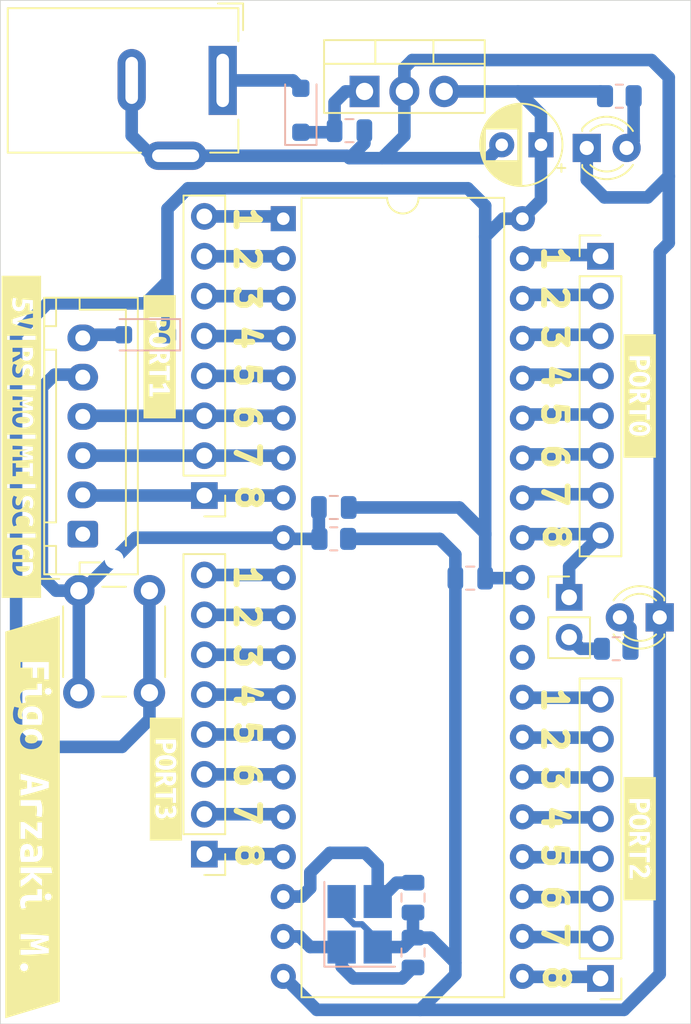
<source format=kicad_pcb>
(kicad_pcb (version 20240108) (generator "pcbnew") (generator_version "8.0")
  (layers (0 "F.Cu" signal) (31 "B.Cu" signal) (34 "B.Paste" user) (35 "F.Paste" user) (36 "B.SilkS" user "B.Silkscreen") (37 "F.SilkS" user "F.Silkscreen") (38 "B.Mask" user) (39 "F.Mask" user) (44 "Edge.Cuts" user))
  (net 0 "")
  (net 1 "GND")
  (net 2 "+5V")
  (net 3 "XO")
  (net 4 "XI")
  (net 5 "+12V")
  (net 6 "RST")
  (net 7 "Net-(D1-A)")
  (net 8 "Net-(D2-A)")
  (net 9 "MISO_ISP")
  (net 10 "Net-(J2-Pin_8)")
  (net 11 "Net-(J2-Pin_6)")
  (net 12 "SCK_ISP")
  (net 13 "Net-(J2-Pin_7)")
  (net 14 "MOSI_ISP")
  (net 15 "Net-(J2-Pin_4)")
  (net 16 "Net-(J2-Pin_5)")
  (net 17 "Net-(J3-Pin_1)")
  (net 18 "Net-(J3-Pin_2)")
  (net 19 "Net-(J3-Pin_7)")
  (net 20 "Net-(J3-Pin_3)")
  (net 21 "Net-(J3-Pin_6)")
  (net 22 "Net-(J3-Pin_8)")
  (net 23 "Net-(J3-Pin_4)")
  (net 24 "Net-(J3-Pin_5)")
  (net 25 "Net-(J4-Pin_1)")
  (net 26 "Net-(J4-Pin_6)")
  (net 27 "Net-(J4-Pin_5)")
  (net 28 "Net-(J4-Pin_7)")
  (net 29 "Net-(J4-Pin_2)")
  (net 30 "Net-(J4-Pin_4)")
  (net 31 "Net-(J4-Pin_3)")
  (net 32 "Net-(J4-Pin_8)")
  (net 33 "Net-(J5-Pin_5)")
  (net 34 "Net-(J5-Pin_4)")
  (net 35 "Net-(J5-Pin_6)")
  (net 36 "Net-(J5-Pin_7)")
  (net 37 "Net-(J5-Pin_2)")
  (net 38 "Net-(J5-Pin_3)")
  (net 39 "Net-(J5-Pin_1)")
  (net 40 "Net-(D4-A)")
  (net 41 "Net-(D3-A)")
  (net 44 "LED")
  (net 45 "Net-(JP1-B)")
  (footprint "Connector_PinHeader_2.54mm:PinHeader_1x08_P2.54mm_Vertical" (layer "F.Cu") (at 110.75 74.24 180)
    (property "Reference" "J2" (hide yes))
    (property "Value" "Port 1" (hide yes))
    (pad "1" thru_hole rect (at 0 0 180) (size 1.7 1.7) (drill 1) (layers "*.Cu" "*.Mask") (net 12 "SCK_ISP"))
    (pad "2" thru_hole oval (at 0 2.54 180) (size 1.7 1.7) (drill 1) (layers "*.Cu" "*.Mask") (net 9 "MISO_ISP"))
    (pad "3" thru_hole oval (at 0 5.08 180) (size 1.7 1.7) (drill 1) (layers "*.Cu" "*.Mask") (net 14 "MOSI_ISP"))
    (pad "4" thru_hole oval (at 0 7.62 180) (size 1.7 1.7) (drill 1) (layers "*.Cu" "*.Mask") (net 15 "Net-(J2-Pin_4)"))
    (pad "5" thru_hole oval (at 0 10.16 180) (size 1.7 1.7) (drill 1) (layers "*.Cu" "*.Mask") (net 16 "Net-(J2-Pin_5)"))
    (pad "6" thru_hole oval (at 0 12.7 180) (size 1.7 1.7) (drill 1) (layers "*.Cu" "*.Mask") (net 11 "Net-(J2-Pin_6)"))
    (pad "7" thru_hole oval (at 0 15.24 180) (size 1.7 1.7) (drill 1) (layers "*.Cu" "*.Mask") (net 13 "Net-(J2-Pin_7)"))
    (pad "8" thru_hole oval (at 0 17.78 180) (size 1.7 1.7) (drill 1) (layers "*.Cu" "*.Mask") (net 10 "Net-(J2-Pin_8)"))
  )
  (footprint "Connector_PinHeader_2.54mm:PinHeader_1x08_P2.54mm_Vertical" (layer "F.Cu") (at 136 59)
    (property "Reference" "J5" (hide yes))
    (property "Value" "Port 0" (hide yes))
    (pad "1" thru_hole rect (at 0 0) (size 1.7 1.7) (drill 1) (layers "*.Cu" "*.Mask") (net 39 "Net-(J5-Pin_1)"))
    (pad "2" thru_hole oval (at 0 2.54) (size 1.7 1.7) (drill 1) (layers "*.Cu" "*.Mask") (net 37 "Net-(J5-Pin_2)"))
    (pad "3" thru_hole oval (at 0 5.08) (size 1.7 1.7) (drill 1) (layers "*.Cu" "*.Mask") (net 38 "Net-(J5-Pin_3)"))
    (pad "4" thru_hole oval (at 0 7.62) (size 1.7 1.7) (drill 1) (layers "*.Cu" "*.Mask") (net 34 "Net-(J5-Pin_4)"))
    (pad "5" thru_hole oval (at 0 10.16) (size 1.7 1.7) (drill 1) (layers "*.Cu" "*.Mask") (net 33 "Net-(J5-Pin_5)"))
    (pad "6" thru_hole oval (at 0 12.7) (size 1.7 1.7) (drill 1) (layers "*.Cu" "*.Mask") (net 35 "Net-(J5-Pin_6)"))
    (pad "7" thru_hole oval (at 0 15.24) (size 1.7 1.7) (drill 1) (layers "*.Cu" "*.Mask") (net 36 "Net-(J5-Pin_7)"))
    (pad "8" thru_hole oval (at 0 17.78) (size 1.7 1.7) (drill 1) (layers "*.Cu" "*.Mask") (net 44 "LED"))
  )
  (footprint "Button_Switch_THT:SW_PUSH_6mm" (layer "F.Cu") (at 107.25 80.3 -90)
    (property "Reference" "SW1" (hide yes))
    (property "Value" "TSA017A2526A" (hide yes))
    (pad "1" thru_hole circle (at 0 0) (size 2 2) (drill 1.1) (layers "*.Cu" "*.Mask") (net 2 "+5V"))
    (pad "1" thru_hole circle (at 6.5 0) (size 2 2) (drill 1.1) (layers "*.Cu" "*.Mask") (net 2 "+5V"))
    (pad "2" thru_hole circle (at 0 4.5) (size 2 2) (drill 1.1) (layers "*.Cu" "*.Mask") (net 6 "RST"))
    (pad "2" thru_hole circle (at 6.5 4.5) (size 2 2) (drill 1.1) (layers "*.Cu" "*.Mask") (net 6 "RST"))
  )
  (footprint "Connector_JST:JST_XH_B6B-XH-AM_1x06_P2.50mm_Vertical" (layer "F.Cu") (at 103 76.7 90)
    (property "Reference" "J6" (hide yes))
    (property "Value" "ISP" (hide yes))
    (pad "" np_thru_hole circle (at -1.6 2 90) (size 1.2 1.2) (drill 1.2) (layers "*.Cu" "*.Mask"))
    (pad "1" thru_hole roundrect (at 0 0 90) (size 1.7 1.95) (drill 0.95) (layers "*.Cu" "*.Mask") (roundrect_rratio 0.147059) (net 1 "GND"))
    (pad "2" thru_hole oval (at 2.5 0 90) (size 1.7 1.95) (drill 0.95) (layers "*.Cu" "*.Mask") (net 12 "SCK_ISP"))
    (pad "3" thru_hole oval (at 5 0 90) (size 1.7 1.95) (drill 0.95) (layers "*.Cu" "*.Mask") (net 9 "MISO_ISP"))
    (pad "4" thru_hole oval (at 7.5 0 90) (size 1.7 1.95) (drill 0.95) (layers "*.Cu" "*.Mask") (net 14 "MOSI_ISP"))
    (pad "5" thru_hole oval (at 10 0 90) (size 1.7 1.95) (drill 0.95) (layers "*.Cu" "*.Mask") (net 6 "RST"))
    (pad "6" thru_hole oval (at 12.5 0 90) (size 1.7 1.95) (drill 0.95) (layers "*.Cu" "*.Mask") (net 41 "Net-(D3-A)"))
  )
  (footprint "kibuzzard-66CF1473" (layer "F.Cu") (at 99.8 94.7 -90)
    (property "Reference" "kibuzzard-66CF1473" (hide yes))
    (property "Value" "G***" (hide yes))
  )
  (footprint "Connector_BarrelJack:BarrelJack_Wuerth_6941xx301002" (layer "F.Cu") (at 111.919 47.797 -90)
    (property "Reference" "J1" (hide yes))
    (property "Value" "Barrel_Jack_Switch" (hide yes))
    (pad "1" thru_hole rect (at 0 0 270) (size 4.4 1.8) (drill oval 3.4 0.8) (layers "*.Cu" "*.Mask") (net 8 "Net-(D2-A)"))
    (pad "2" thru_hole oval (at 0 5.8 270) (size 4 1.8) (drill oval 3 0.8) (layers "*.Cu" "*.Mask") (net 1 "GND"))
    (pad "3" thru_hole oval (at 4.8 3) (size 4 1.8) (drill oval 3 0.8) (layers "*.Cu" "*.Mask") (net 1 "GND"))
  )
  (footprint "Package_DIP:DIP-40_W15.24mm" (layer "F.Cu") (at 115.7815 56.606)
    (property "Reference" "U1" (hide yes))
    (property "Value" "AT89x51xxP" (hide yes))
    (pad "1" thru_hole rect (at 0 0) (size 1.6 1.6) (drill 0.8) (layers "*.Cu" "*.Mask") (net 10 "Net-(J2-Pin_8)"))
    (pad "2" thru_hole oval (at 0 2.54) (size 1.6 1.6) (drill 0.8) (layers "*.Cu" "*.Mask") (net 13 "Net-(J2-Pin_7)"))
    (pad "3" thru_hole oval (at 0 5.08) (size 1.6 1.6) (drill 0.8) (layers "*.Cu" "*.Mask") (net 11 "Net-(J2-Pin_6)"))
    (pad "4" thru_hole oval (at 0 7.62) (size 1.6 1.6) (drill 0.8) (layers "*.Cu" "*.Mask") (net 16 "Net-(J2-Pin_5)"))
    (pad "5" thru_hole oval (at 0 10.16) (size 1.6 1.6) (drill 0.8) (layers "*.Cu" "*.Mask") (net 15 "Net-(J2-Pin_4)"))
    (pad "6" thru_hole oval (at 0 12.7) (size 1.6 1.6) (drill 0.8) (layers "*.Cu" "*.Mask") (net 14 "MOSI_ISP"))
    (pad "7" thru_hole oval (at 0 15.24) (size 1.6 1.6) (drill 0.8) (layers "*.Cu" "*.Mask") (net 9 "MISO_ISP"))
    (pad "8" thru_hole oval (at 0 17.78) (size 1.6 1.6) (drill 0.8) (layers "*.Cu" "*.Mask") (net 12 "SCK_ISP"))
    (pad "9" thru_hole oval (at 0 20.32) (size 1.6 1.6) (drill 0.8) (layers "*.Cu" "*.Mask") (net 6 "RST"))
    (pad "10" thru_hole oval (at 0 22.86) (size 1.6 1.6) (drill 0.8) (layers "*.Cu" "*.Mask") (net 22 "Net-(J3-Pin_8)"))
    (pad "11" thru_hole oval (at 0 25.4) (size 1.6 1.6) (drill 0.8) (layers "*.Cu" "*.Mask") (net 19 "Net-(J3-Pin_7)"))
    (pad "12" thru_hole oval (at 0 27.94) (size 1.6 1.6) (drill 0.8) (layers "*.Cu" "*.Mask") (net 21 "Net-(J3-Pin_6)"))
    (pad "13" thru_hole oval (at 0 30.48) (size 1.6 1.6) (drill 0.8) (layers "*.Cu" "*.Mask") (net 24 "Net-(J3-Pin_5)"))
    (pad "14" thru_hole oval (at 0 33.02) (size 1.6 1.6) (drill 0.8) (layers "*.Cu" "*.Mask") (net 23 "Net-(J3-Pin_4)"))
    (pad "15" thru_hole oval (at 0 35.56) (size 1.6 1.6) (drill 0.8) (layers "*.Cu" "*.Mask") (net 20 "Net-(J3-Pin_3)"))
    (pad "16" thru_hole oval (at 0 38.1) (size 1.6 1.6) (drill 0.8) (layers "*.Cu" "*.Mask") (net 18 "Net-(J3-Pin_2)"))
    (pad "17" thru_hole oval (at 0 40.64) (size 1.6 1.6) (drill 0.8) (layers "*.Cu" "*.Mask") (net 17 "Net-(J3-Pin_1)"))
    (pad "18" thru_hole oval (at 0 43.18) (size 1.6 1.6) (drill 0.8) (layers "*.Cu" "*.Mask") (net 3 "XO"))
    (pad "19" thru_hole oval (at 0 45.72) (size 1.6 1.6) (drill 0.8) (layers "*.Cu" "*.Mask") (net 4 "XI"))
    (pad "20" thru_hole oval (at 0 48.26) (size 1.6 1.6) (drill 0.8) (layers "*.Cu" "*.Mask") (net 1 "GND"))
    (pad "21" thru_hole oval (at 15.24 48.26) (size 1.6 1.6) (drill 0.8) (layers "*.Cu" "*.Mask") (net 25 "Net-(J4-Pin_1)"))
    (pad "22" thru_hole oval (at 15.24 45.72) (size 1.6 1.6) (drill 0.8) (layers "*.Cu" "*.Mask") (net 29 "Net-(J4-Pin_2)"))
    (pad "23" thru_hole oval (at 15.24 43.18) (size 1.6 1.6) (drill 0.8) (layers "*.Cu" "*.Mask") (net 31 "Net-(J4-Pin_3)"))
    (pad "24" thru_hole oval (at 15.24 40.64) (size 1.6 1.6) (drill 0.8) (layers "*.Cu" "*.Mask") (net 30 "Net-(J4-Pin_4)"))
    (pad "25" thru_hole oval (at 15.24 38.1) (size 1.6 1.6) (drill 0.8) (layers "*.Cu" "*.Mask") (net 27 "Net-(J4-Pin_5)"))
    (pad "26" thru_hole oval (at 15.24 35.56) (size 1.6 1.6) (drill 0.8) (layers "*.Cu" "*.Mask") (net 26 "Net-(J4-Pin_6)"))
    (pad "27" thru_hole oval (at 15.24 33.02) (size 1.6 1.6) (drill 0.8) (layers "*.Cu" "*.Mask") (net 28 "Net-(J4-Pin_7)"))
    (pad "28" thru_hole oval (at 15.24 30.48) (size 1.6 1.6) (drill 0.8) (layers "*.Cu" "*.Mask") (net 32 "Net-(J4-Pin_8)"))
    (pad "29" thru_hole oval (at 15.24 27.94) (size 1.6 1.6) (drill 0.8) (layers "*.Cu" "*.Mask"))
    (pad "30" thru_hole oval (at 15.24 25.4) (size 1.6 1.6) (drill 0.8) (layers "*.Cu" "*.Mask"))
    (pad "31" thru_hole oval (at 15.24 22.86) (size 1.6 1.6) (drill 0.8) (layers "*.Cu" "*.Mask") (net 2 "+5V"))
    (pad "32" thru_hole oval (at 15.24 20.32) (size 1.6 1.6) (drill 0.8) (layers "*.Cu" "*.Mask") (net 44 "LED"))
    (pad "33" thru_hole oval (at 15.24 17.78) (size 1.6 1.6) (drill 0.8) (layers "*.Cu" "*.Mask") (net 36 "Net-(J5-Pin_7)"))
    (pad "34" thru_hole oval (at 15.24 15.24) (size 1.6 1.6) (drill 0.8) (layers "*.Cu" "*.Mask") (net 35 "Net-(J5-Pin_6)"))
    (pad "35" thru_hole oval (at 15.24 12.7) (size 1.6 1.6) (drill 0.8) (layers "*.Cu" "*.Mask") (net 33 "Net-(J5-Pin_5)"))
    (pad "36" thru_hole oval (at 15.24 10.16) (size 1.6 1.6) (drill 0.8) (layers "*.Cu" "*.Mask") (net 34 "Net-(J5-Pin_4)"))
    (pad "37" thru_hole oval (at 15.24 7.62) (size 1.6 1.6) (drill 0.8) (layers "*.Cu" "*.Mask") (net 38 "Net-(J5-Pin_3)"))
    (pad "38" thru_hole oval (at 15.24 5.08) (size 1.6 1.6) (drill 0.8) (layers "*.Cu" "*.Mask") (net 37 "Net-(J5-Pin_2)"))
    (pad "39" thru_hole oval (at 15.24 2.54) (size 1.6 1.6) (drill 0.8) (layers "*.Cu" "*.Mask") (net 39 "Net-(J5-Pin_1)"))
    (pad "40" thru_hole oval (at 15.24 0) (size 1.6 1.6) (drill 0.8) (layers "*.Cu" "*.Mask") (net 2 "+5V"))
  )
  (footprint "LED_THT:LED_D3.0mm" (layer "F.Cu") (at 139.775 82 180)
    (property "Reference" "D4" (hide yes))
    (property "Value" "LED" (hide yes))
    (pad "1" thru_hole rect (at 0 0 180) (size 1.8 1.8) (drill 0.9) (layers "*.Cu" "*.Mask") (net 1 "GND"))
    (pad "2" thru_hole circle (at 2.54 0 180) (size 1.8 1.8) (drill 0.9) (layers "*.Cu" "*.Mask") (net 40 "Net-(D4-A)"))
  )
  (footprint "Capacitor_THT:CP_Radial_D5.0mm_P2.50mm" (layer "F.Cu") (at 132.205113 51.9 180)
    (property "Reference" "C2" (hide yes))
    (property "Value" "10u" (hide yes))
    (pad "1" thru_hole rect (at 0 0 180) (size 1.6 1.6) (drill 0.8) (layers "*.Cu" "*.Mask") (net 2 "+5V"))
    (pad "2" thru_hole circle (at 2.5 0 180) (size 1.6 1.6) (drill 0.8) (layers "*.Cu" "*.Mask") (net 1 "GND"))
  )
  (footprint "Connector_PinHeader_2.54mm:PinHeader_1x02_P2.54mm_Vertical" (layer "F.Cu") (at 134 80.725)
    (property "Reference" "JP1" (hide yes))
    (property "Value" "~" (hide yes))
    (pad "1" thru_hole rect (at 0 0) (size 1.7 1.7) (drill 1) (layers "*.Cu" "*.Mask") (net 44 "LED"))
    (pad "2" thru_hole oval (at 0 2.54) (size 1.7 1.7) (drill 1) (layers "*.Cu" "*.Mask") (net 45 "Net-(JP1-B)"))
  )
  (footprint "kibuzzard-66CF14EF" (layer "F.Cu") (at 138.5 67.9 -90)
    (property "Reference" "kibuzzard-66CF14EF" (hide yes))
    (property "Value" "G***" (hide yes))
  )
  (footprint "Package_TO_SOT_THT:TO-220-3_Vertical" (layer "F.Cu") (at 120.96 48.5)
    (property "Reference" "U2" (hide yes))
    (property "Value" "LM7805_TO220" (hide yes))
    (pad "1" thru_hole rect (at 0 0) (size 1.905 2) (drill 1.1) (layers "*.Cu" "*.Mask") (net 5 "+12V"))
    (pad "2" thru_hole oval (at 2.54 0) (size 1.905 2) (drill 1.1) (layers "*.Cu" "*.Mask") (net 1 "GND"))
    (pad "3" thru_hole oval (at 5.08 0) (size 1.905 2) (drill 1.1) (layers "*.Cu" "*.Mask") (net 2 "+5V"))
  )
  (footprint "LED_THT:LED_D3.0mm" (layer "F.Cu") (at 135.125 52.1)
    (property "Reference" "D1" (hide yes))
    (property "Value" "LED" (hide yes))
    (pad "1" thru_hole rect (at 0 0) (size 1.8 1.8) (drill 0.9) (layers "*.Cu" "*.Mask") (net 1 "GND"))
    (pad "2" thru_hole circle (at 2.54 0) (size 1.8 1.8) (drill 0.9) (layers "*.Cu" "*.Mask") (net 7 "Net-(D1-A)"))
  )
  (footprint "Connector_PinHeader_2.54mm:PinHeader_1x08_P2.54mm_Vertical" (layer "F.Cu") (at 136 105 180)
    (property "Reference" "J4" (hide yes))
    (property "Value" "Port 2" (hide yes))
    (pad "1" thru_hole rect (at 0 0 180) (size 1.7 1.7) (drill 1) (layers "*.Cu" "*.Mask") (net 25 "Net-(J4-Pin_1)"))
    (pad "2" thru_hole oval (at 0 2.54 180) (size 1.7 1.7) (drill 1) (layers "*.Cu" "*.Mask") (net 29 "Net-(J4-Pin_2)"))
    (pad "3" thru_hole oval (at 0 5.08 180) (size 1.7 1.7) (drill 1) (layers "*.Cu" "*.Mask") (net 31 "Net-(J4-Pin_3)"))
    (pad "4" thru_hole oval (at 0 7.62 180) (size 1.7 1.7) (drill 1) (layers "*.Cu" "*.Mask") (net 30 "Net-(J4-Pin_4)"))
    (pad "5" thru_hole oval (at 0 10.16 180) (size 1.7 1.7) (drill 1) (layers "*.Cu" "*.Mask") (net 27 "Net-(J4-Pin_5)"))
    (pad "6" thru_hole oval (at 0 12.7 180) (size 1.7 1.7) (drill 1) (layers "*.Cu" "*.Mask") (net 26 "Net-(J4-Pin_6)"))
    (pad "7" thru_hole oval (at 0 15.24 180) (size 1.7 1.7) (drill 1) (layers "*.Cu" "*.Mask") (net 28 "Net-(J4-Pin_7)"))
    (pad "8" thru_hole oval (at 0 17.78 180) (size 1.7 1.7) (drill 1) (layers "*.Cu" "*.Mask") (net 32 "Net-(J4-Pin_8)"))
  )
  (footprint "kibuzzard-66CF14A2" (layer "F.Cu") (at 107.9 65.4 -90)
    (property "Reference" "kibuzzard-66CF14A2" (hide yes))
    (property "Value" "G***" (hide yes))
  )
  (footprint "kibuzzard-66CF150F" (layer "F.Cu") (at 138.5 96.1 -90)
    (property "Reference" "kibuzzard-66CF150F" (hide yes))
    (property "Value" "G***" (hide yes))
  )
  (footprint "Connector_PinHeader_2.54mm:PinHeader_1x08_P2.54mm_Vertical" (layer "F.Cu") (at 110.75 97.08 180)
    (property "Reference" "J3" (hide yes))
    (property "Value" "Port 3" (hide yes))
    (pad "1" thru_hole rect (at 0 0 180) (size 1.7 1.7) (drill 1) (layers "*.Cu" "*.Mask") (net 17 "Net-(J3-Pin_1)"))
    (pad "2" thru_hole oval (at 0 2.54 180) (size 1.7 1.7) (drill 1) (layers "*.Cu" "*.Mask") (net 18 "Net-(J3-Pin_2)"))
    (pad "3" thru_hole oval (at 0 5.08 180) (size 1.7 1.7) (drill 1) (layers "*.Cu" "*.Mask") (net 20 "Net-(J3-Pin_3)"))
    (pad "4" thru_hole oval (at 0 7.62 180) (size 1.7 1.7) (drill 1) (layers "*.Cu" "*.Mask") (net 23 "Net-(J3-Pin_4)"))
    (pad "5" thru_hole oval (at 0 10.16 180) (size 1.7 1.7) (drill 1) (layers "*.Cu" "*.Mask") (net 24 "Net-(J3-Pin_5)"))
    (pad "6" thru_hole oval (at 0 12.7 180) (size 1.7 1.7) (drill 1) (layers "*.Cu" "*.Mask") (net 21 "Net-(J3-Pin_6)"))
    (pad "7" thru_hole oval (at 0 15.24 180) (size 1.7 1.7) (drill 1) (layers "*.Cu" "*.Mask") (net 19 "Net-(J3-Pin_7)"))
    (pad "8" thru_hole oval (at 0 17.78 180) (size 1.7 1.7) (drill 1) (layers "*.Cu" "*.Mask") (net 22 "Net-(J3-Pin_8)"))
  )
  (footprint "kibuzzard-66D43124" (layer "F.Cu") (at 99.086 70.5 -90)
    (property "Reference" "kibuzzard-66D43124" (hide yes))
    (property "Value" "G***" (hide yes))
  )
  (footprint "kibuzzard-66CF14D0" (layer "F.Cu") (at 108.3 92.3 -90)
    (property "Reference" "kibuzzard-66CF14D0" (hide yes))
    (property "Value" "G***" (hide yes))
  )
  (footprint "Capacitor_SMD:C_0805_2012Metric" (layer "B.Cu") (at 120 51)
    (property "Reference" "C6" (hide yes))
    (property "Value" "100n" (hide yes))
    (pad "1" smd roundrect (at -0.95 0) (size 1 1.45) (layers "B.Cu" "B.Paste" "B.Mask") (net 5 "+12V"))
    (pad "2" smd roundrect (at 0.95 0) (size 1 1.45) (layers "B.Cu" "B.Paste" "B.Mask") (net 1 "GND"))
  )
  (footprint "Diode_SMD:D_SOD-123F" (layer "B.Cu") (at 107 64 180)
    (property "Reference" "D3" (hide yes))
    (property "Value" "1N5819" (hide yes))
    (pad "1" smd roundrect (at -1.4 0 180) (size 1.1 1.1) (layers "B.Cu" "B.Paste" "B.Mask") (roundrect_rratio 0.2272727273) (net 2 "+5V"))
    (pad "2" smd roundrect (at 1.4 0 180) (size 1.1 1.1) (layers "B.Cu" "B.Paste" "B.Mask") (roundrect_rratio 0.2272727273) (net 41 "Net-(D3-A)"))
  )
  (footprint "Resistor_SMD:R_0805_2012Metric" (layer "B.Cu") (at 137 84)
    (property "Reference" "R3" (hide yes))
    (property "Value" "1k" (hide yes))
    (pad "1" smd roundrect (at -0.9125 0) (size 1.025 1.4) (layers "B.Cu" "B.Paste" "B.Mask") (roundrect_rratio 0.243902) (net 45 "Net-(JP1-B)"))
    (pad "2" smd roundrect (at 0.9125 0) (size 1.025 1.4) (layers "B.Cu" "B.Paste" "B.Mask") (roundrect_rratio 0.243902) (net 40 "Net-(D4-A)"))
  )
  (footprint "Capacitor_SMD:C_0805_2012Metric" (layer "B.Cu") (at 124.05 99.85 -90)
    (property "Reference" "C3" (hide yes))
    (property "Value" "33p" (hide yes))
    (pad "1" smd roundrect (at -0.95 0 270) (size 1 1.45) (layers "B.Cu" "B.Paste" "B.Mask") (net 3 "XO"))
    (pad "2" smd roundrect (at 0.95 0 270) (size 1 1.45) (layers "B.Cu" "B.Paste" "B.Mask") (net 1 "GND"))
  )
  (footprint "Resistor_SMD:R_0805_2012Metric" (layer "B.Cu") (at 137.2 48.8)
    (property "Reference" "R2" (hide yes))
    (property "Value" "1k" (hide yes))
    (pad "1" smd roundrect (at -0.9125 0) (size 1.025 1.4) (layers "B.Cu" "B.Paste" "B.Mask") (roundrect_rratio 0.243902) (net 2 "+5V"))
    (pad "2" smd roundrect (at 0.9125 0) (size 1.025 1.4) (layers "B.Cu" "B.Paste" "B.Mask") (roundrect_rratio 0.243902) (net 7 "Net-(D1-A)"))
  )
  (footprint "Diode_SMD:D_SOD-123F" (layer "B.Cu") (at 116.9 49.7 90)
    (property "Reference" "D2" (hide yes))
    (property "Value" "1N5819" (hide yes))
    (pad "1" smd roundrect (at -1.4 0 90) (size 1.1 1.1) (layers "B.Cu" "B.Paste" "B.Mask") (roundrect_rratio 0.2272727273) (net 5 "+12V"))
    (pad "2" smd roundrect (at 1.4 0 90) (size 1.1 1.1) (layers "B.Cu" "B.Paste" "B.Mask") (roundrect_rratio 0.2272727273) (net 8 "Net-(D2-A)"))
  )
  (footprint "Capacitor_SMD:C_0805_2012Metric" (layer "B.Cu") (at 119 75 180)
    (property "Reference" "C7" (hide yes))
    (property "Value" "10u" (hide yes))
    (pad "1" smd roundrect (at -0.95 0 180) (size 1 1.45) (layers "B.Cu" "B.Paste" "B.Mask") (net 2 "+5V"))
    (pad "2" smd roundrect (at 0.95 0 180) (size 1 1.45) (layers "B.Cu" "B.Paste" "B.Mask") (net 6 "RST"))
  )
  (footprint "Capacitor_SMD:C_0805_2012Metric" (layer "B.Cu") (at 124.05 103.35 90)
    (property "Reference" "C4" (hide yes))
    (property "Value" "33p" (hide yes))
    (pad "1" smd roundrect (at -0.95 0 90) (size 1 1.45) (layers "B.Cu" "B.Paste" "B.Mask") (net 4 "XI"))
    (pad "2" smd roundrect (at 0.95 0 90) (size 1 1.45) (layers "B.Cu" "B.Paste" "B.Mask") (net 1 "GND"))
  )
  (footprint "Capacitor_SMD:C_0805_2012Metric" (layer "B.Cu") (at 127.7 79.5 180)
    (property "Reference" "C5" (hide yes))
    (property "Value" "100n" (hide yes))
    (pad "1" smd roundrect (at -0.95 0 180) (size 1 1.45) (layers "B.Cu" "B.Paste" "B.Mask") (net 2 "+5V"))
    (pad "2" smd roundrect (at 0.95 0 180) (size 1 1.45) (layers "B.Cu" "B.Paste" "B.Mask") (net 1 "GND"))
  )
  (footprint "Crystal:Crystal_SMD_3225-4Pin_3.2x2.5mm_HandSoldering" (layer "B.Cu") (at 120.65 101.55 90)
    (property "Reference" "Y1" (hide yes))
    (property "Value" "24MHz" (hide yes))
    (pad "1" smd rect (at -1.45 -1.15 90) (size 2.1 1.8) (layers "B.Cu" "B.Paste" "B.Mask") (net 4 "XI"))
    (pad "2" smd rect (at 1.45 -1.15 90) (size 2.1 1.8) (layers "B.Cu" "B.Paste" "B.Mask") (net 1 "GND"))
    (pad "3" smd rect (at 1.45 1.15 90) (size 2.1 1.8) (layers "B.Cu" "B.Paste" "B.Mask") (net 3 "XO"))
    (pad "4" smd rect (at -1.45 1.15 90) (size 2.1 1.8) (layers "B.Cu" "B.Paste" "B.Mask") (net 1 "GND"))
  )
  (footprint "Resistor_SMD:R_0805_2012Metric" (layer "B.Cu") (at 119 77)
    (property "Reference" "R1" (hide yes))
    (property "Value" "10k" (hide yes))
    (pad "1" smd roundrect (at -0.9125 0) (size 1.025 1.4) (layers "B.Cu" "B.Paste" "B.Mask") (roundrect_rratio 0.243902) (net 6 "RST"))
    (pad "2" smd roundrect (at 0.9125 0) (size 1.025 1.4) (layers "B.Cu" "B.Paste" "B.Mask") (roundrect_rratio 0.243902) (net 1 "GND"))
  )
  (gr_rect (start 97.75 42.7) (end 141.75 107.9) (stroke (width 0.05)) (fill none) (layer "Edge.Cuts"))
  (gr_text "2" (at 112.6 58.2 270) (layer "F.SilkS") (effects (font (size 1.5 1.5) (thickness 0.375) (bold yes)) (justify left bottom)))
  (gr_text "3" (at 112.6 83.5 270) (layer "F.SilkS") (effects (font (size 1.5 1.5) (thickness 0.375) (bold yes)) (justify left bottom)))
  (gr_text "1" (at 112.6 55.7 -90) (layer "F.SilkS") (effects (font (size 1.5 1.5) (thickness 0.375) (bold yes)) (justify left bottom)))
  (gr_text "5" (at 112.6 88.4 270) (layer "F.SilkS") (effects (font (size 1.5 1.5) (thickness 0.375) (bold yes)) (justify left bottom)))
  (gr_text "6" (at 112.6 91.1 270) (layer "F.SilkS") (effects (font (size 1.5 1.5) (thickness 0.375) (bold yes)) (justify left bottom)))
  (gr_text "4" (at 112.6 63.2 270) (layer "F.SilkS") (effects (font (size 1.5 1.5) (thickness 0.375) (bold yes)) (justify left bottom)))
  (gr_text "7" (at 132.2 73.2 270) (layer "F.SilkS") (effects (font (size 1.5 1.5) (thickness 0.375) (bold yes)) (justify left bottom)))
  (gr_text "8" (at 112.7 73.4 270) (layer "F.SilkS") (effects (font (size 1.5 1.5) (thickness 0.375) (bold yes)) (justify left bottom)))
  (gr_text "8" (at 132.3 75.9 270) (layer "F.SilkS") (effects (font (size 1.5 1.5) (thickness 0.375) (bold yes)) (justify left bottom)))
  (gr_text "2" (at 112.6 81 270) (layer "F.SilkS") (effects (font (size 1.5 1.5) (thickness 0.375) (bold yes)) (justify left bottom)))
  (gr_text "1" (at 132.2 58.2 -90) (layer "F.SilkS") (effects (font (size 1.5 1.5) (thickness 0.375) (bold yes)) (justify left bottom)))
  (gr_text "6" (at 112.6 68.3 270) (layer "F.SilkS") (effects (font (size 1.5 1.5) (thickness 0.375) (bold yes)) (justify left bottom)))
  (gr_text "3" (at 112.6 60.7 270) (layer "F.SilkS") (effects (font (size 1.5 1.5) (thickness 0.375) (bold yes)) (justify left bottom)))
  (gr_text "7" (at 132.2 101.3 270) (layer "F.SilkS") (effects (font (size 1.5 1.5) (thickness 0.375) (bold yes)) (justify left bottom)))
  (gr_text "3" (at 132.2 63.2 270) (layer "F.SilkS") (effects (font (size 1.5 1.5) (thickness 0.375) (bold yes)) (justify left bottom)))
  (gr_text "5" (at 132.2 96.2 270) (layer "F.SilkS") (effects (font (size 1.5 1.5) (thickness 0.375) (bold yes)) (justify left bottom)))
  (gr_text "3" (at 132.2 91.3 270) (layer "F.SilkS") (effects (font (size 1.5 1.5) (thickness 0.375) (bold yes)) (justify left bottom)))
  (gr_text "2" (at 132.2 88.8 270) (layer "F.SilkS") (effects (font (size 1.5 1.5) (thickness 0.375) (bold yes)) (justify left bottom)))
  (gr_text "4" (at 132.2 93.8 270) (layer "F.SilkS") (effects (font (size 1.5 1.5) (thickness 0.375) (bold yes)) (justify left bottom)))
  (gr_text "8" (at 112.7 96.2 270) (layer "F.SilkS") (effects (font (size 1.5 1.5) (thickness 0.375) (bold yes)) (justify left bottom)))
  (gr_text "1" (at 112.6 78.5 -90) (layer "F.SilkS") (effects (font (size 1.5 1.5) (thickness 0.375) (bold yes)) (justify left bottom)))
  (gr_text "2" (at 132.2 60.7 270) (layer "F.SilkS") (effects (font (size 1.5 1.5) (thickness 0.375) (bold yes)) (justify left bottom)))
  (gr_text "7" (at 112.6 70.7 270) (layer "F.SilkS") (effects (font (size 1.5 1.5) (thickness 0.375) (bold yes)) (justify left bottom)))
  (gr_text "1" (at 132.2 86.3 -90) (layer "F.SilkS") (effects (font (size 1.5 1.5) (thickness 0.375) (bold yes)) (justify left bottom)))
  (gr_text "5" (at 132.2 68.1 270) (layer "F.SilkS") (effects (font (size 1.5 1.5) (thickness 0.375) (bold yes)) (justify left bottom)))
  (gr_text "6" (at 132.2 70.8 270) (layer "F.SilkS") (effects (font (size 1.5 1.5) (thickness 0.375) (bold yes)) (justify left bottom)))
  (gr_text "7" (at 112.6 93.5 270) (layer "F.SilkS") (effects (font (size 1.5 1.5) (thickness 0.375) (bold yes)) (justify left bottom)))
  (gr_text "5" (at 112.6 65.6 270) (layer "F.SilkS") (effects (font (size 1.5 1.5) (thickness 0.375) (bold yes)) (justify left bottom)))
  (gr_text "4" (at 132.2 65.7 270) (layer "F.SilkS") (effects (font (size 1.5 1.5) (thickness 0.375) (bold yes)) (justify left bottom)))
  (gr_text "8" (at 132.3 104 270) (layer "F.SilkS") (effects (font (size 1.5 1.5) (thickness 0.375) (bold yes)) (justify left bottom)))
  (gr_text "4" (at 112.6 86 270) (layer "F.SilkS") (effects (font (size 1.5 1.5) (thickness 0.375) (bold yes)) (justify left bottom)))
  (gr_text "6" (at 132.2 98.9 270) (layer "F.SilkS") (effects (font (size 1.5 1.5) (thickness 0.375) (bold yes)) (justify left bottom)))
  (segment (start 108.919 52.597) (end 107.397 52.597) (width 0.8) (layer "B.Cu") (net 1))
  (segment (start 126.75 78) (end 125.75 77) (width 0.8) (layer "B.Cu") (net 1))
  (segment (start 125.75 77) (end 119.9125 77) (width 0.8) (layer "B.Cu") (net 1))
  (segment (start 123.45 103) (end 124.05 102.4) (width 0.8) (layer "B.Cu") (net 1))
  (segment (start 125.15 102.4) (end 126.75 104) (width 0.8) (layer "B.Cu") (net 1))
  (segment (start 122.075 52.75) (end 128.855113 52.75) (width 0.8) (layer "B.Cu") (net 1))
  (segment (start 120.95 51) (end 120.95 51.8) (width 0.8) (layer "B.Cu") (net 1))
  (segment (start 135.125 52.1) (end 135.125 54.125) (width 0.8) (layer "B.Cu") (net 1))
  (segment (start 106.119 51.319) (end 106.119 47.797) (width 0.8) (layer "B.Cu") (net 1))
  (segment (start 140.35 47.6) (end 139.25 46.5) (width 0.8) (layer "B.Cu") (net 1))
  (segment (start 126.75 79.5) (end 126.75 78) (width 0.8) (layer "B.Cu") (net 1))
  (segment (start 119.847 52.597) (end 108.919 52.597) (width 0.8) (layer "B.Cu") (net 1))
  (segment (start 124.05 102.4) (end 124.05 100.8) (width 0.8) (layer "B.Cu") (net 1))
  (segment (start 120.95 51.8) (end 120 52.75) (width 0.8) (layer "B.Cu") (net 1))
  (segment (start 107.397 52.597) (end 106.119 51.319) (width 0.8) (layer "B.Cu") (net 1))
  (segment (start 139.775 104.725) (end 139.775 82) (width 0.8) (layer "B.Cu") (net 1))
  (segment (start 117.9155 107) (end 115.7815 104.866) (width 0.8) (layer "B.Cu") (net 1))
  (segment (start 121.8 102.55) (end 121.8 103) (width 0.4) (layer "B.Cu") (net 1))
  (segment (start 119.5 100.1) (end 119.5 100.75) (width 0.4) (layer "B.Cu") (net 1))
  (segment (start 126.75 79.5) (end 126.75 104) (width 0.8) (layer "B.Cu") (net 1))
  (segment (start 123.5 51.325) (end 122.5 52.325) (width 0.8) (layer "B.Cu") (net 1))
  (segment (start 136.25 55.25) (end 139 55.25) (width 0.8) (layer "B.Cu") (net 1))
  (segment (start 124.5 107) (end 137.5 107) (width 0.8) (layer "B.Cu") (net 1))
  (segment (start 139 55.25) (end 140.35 53.9) (width 0.8) (layer "B.Cu") (net 1))
  (segment (start 123.5 47) (end 123.5 48.5) (width 0.8) (layer "B.Cu") (net 1))
  (segment (start 124 46.5) (end 123.5 47) (width 0.8) (layer "B.Cu") (net 1))
  (segment (start 137.5 107) (end 139.775 104.725) (width 0.8) (layer "B.Cu") (net 1))
  (segment (start 122.075 52.75) (end 122.5 52.325) (width 0.8) (layer "B.Cu") (net 1))
  (segment (start 120 52.75) (end 119.847 52.597) (width 0.8) (layer "B.Cu") (net 1))
  (segment (start 126.75 104.75) (end 124.5 107) (width 0.8) (layer "B.Cu") (net 1))
  (segment (start 128.855113 52.75) (end 129.705113 51.9) (width 0.8) (layer "B.Cu") (net 1))
  (segment (start 123.5 48.5) (end 123.5 51.325) (width 0.8) (layer "B.Cu") (net 1))
  (segment (start 139.25 46.5) (end 124 46.5) (width 0.8) (layer "B.Cu") (net 1))
  (segment (start 121.8 103) (end 123.45 103) (width 0.8) (layer "B.Cu") (net 1))
  (segment (start 119.5 100.75) (end 120.3 101.55) (width 0.4) (layer "B.Cu") (net 1))
  (segment (start 140.35 53.9) (end 140.35 47.6) (width 0.8) (layer "B.Cu") (net 1))
  (segment (start 139.775 82) (end 139.775 58.725) (width 0.8) (layer "B.Cu") (net 1))
  (segment (start 120 52.75) (end 122.075 52.75) (width 0.8) (layer "B.Cu") (net 1))
  (segment (start 124.5 107) (end 117.9155 107) (width 0.8) (layer "B.Cu") (net 1))
  (segment (start 120.8 101.55) (end 121.8 102.55) (width 0.4) (layer "B.Cu") (net 1))
  (segment (start 126.75 104) (end 126.75 104.75) (width 0.8) (layer "B.Cu") (net 1))
  (segment (start 135.125 54.125) (end 136.25 55.25) (width 0.8) (layer "B.Cu") (net 1))
  (segment (start 125.15 102.4) (end 124.05 102.4) (width 0.8) (layer "B.Cu") (net 1))
  (segment (start 120.3 101.55) (end 120.8 101.55) (width 0.4) (layer "B.Cu") (net 1))
  (segment (start 139.775 58.725) (end 140.35 58.15) (width 0.8) (layer "B.Cu") (net 1))
  (segment (start 140.35 58.15) (end 140.35 53.9) (width 0.8) (layer "B.Cu") (net 1))
  (segment (start 139.25 55) (end 140.35 53.9) (width 0.8) (layer "B.Cu") (net 1))
  (segment (start 132.205113 55.422387) (end 131.0215 56.606) (width 0.8) (layer "B.Cu") (net 2))
  (segment (start 107.25 88.5) (end 105.5 90.25) (width 0.8) (layer "B.Cu") (net 2))
  (segment (start 128.65 76.75) (end 128.65 57.75) (width 0.8) (layer "B.Cu") (net 2))
  (segment (start 129.794 56.606) (end 128.65 57.75) (width 0.8) (layer "B.Cu") (net 2))
  (segment (start 109.711 54.668) (end 108.4 55.979) (width 0.8) (layer "B.Cu") (net 2))
  (segment (start 107.25 80.3) (end 107.25 86.8) (width 0.8) (layer "B.Cu") (net 2))
  (segment (start 130.9875 79.5) (end 131.0215 79.466) (width 0.8) (layer "B.Cu") (net 2))
  (segment (start 108.4 55.979) (end 108.4 60.75) (width 0.8) (layer "B.Cu") (net 2))
  (segment (start 99.5 90.25) (end 98.75 89.5) (width 0.8) (layer "B.Cu") (net 2))
  (segment (start 105.5 90.25) (end 99.5 90.25) (width 0.8) (layer "B.Cu") (net 2))
  (segment (start 119.95 75) (end 127 75) (width 0.8) (layer "B.Cu") (net 2))
  (segment (start 131.0215 56.606) (end 129.794 56.606) (width 0.8) (layer "B.Cu") (net 2))
  (segment (start 128.65 55.779) (end 127.539 54.668) (width 0.8) (layer "B.Cu") (net 2))
  (segment (start 128.65 79.5) (end 130.9875 79.5) (width 0.8) (layer "B.Cu") (net 2))
  (segment (start 135.9875 48.5) (end 136.2875 48.8) (width 0.8) (layer "B.Cu") (net 2))
  (segment (start 128.805113 48.5) (end 130.75 48.5) (width 0.8) (layer "B.Cu") (net 2))
  (segment (start 98.75 89.5) (end 98.75 64) (width 0.8) (layer "B.Cu") (net 2))
  (segment (start 127 75) (end 128.65 76.65) (width 0.8) (layer "B.Cu") (net 2))
  (segment (start 132.205113 51.9) (end 132.205113 55.422387) (width 0.8) (layer "B.Cu") (net 2))
  (segment (start 130.75 48.5) (end 135.9875 48.5) (width 0.8) (layer "B.Cu") (net 2))
  (segment (start 128.65 79.5) (end 128.65 76.75) (width 0.8) (layer "B.Cu") (net 2))
  (segment (start 126.04 48.5) (end 128.805113 48.5) (width 0.8) (layer "B.Cu") (net 2))
  (segment (start 128.65 76.65) (end 128.65 76.75) (width 0.8) (layer "B.Cu") (net 2))
  (segment (start 98.75 64) (end 100.75 62) (width 0.8) (layer "B.Cu") (net 2))
  (segment (start 108.4 60.75) (end 108.4 64) (width 0.8) (layer "B.Cu") (net 2))
  (segment (start 127.539 54.668) (end 109.711 54.668) (width 0.8) (layer "B.Cu") (net 2))
  (segment (start 128.65 57.75) (end 128.65 55.779) (width 0.8) (layer "B.Cu") (net 2))
  (segment (start 107 62) (end 108.25 60.75) (width 0.8) (layer "B.Cu") (net 2))
  (segment (start 100.75 62) (end 107 62) (width 0.8) (layer "B.Cu") (net 2))
  (segment (start 132.205113 51.9) (end 132.205113 49.955113) (width 0.8) (layer "B.Cu") (net 2))
  (segment (start 132.205113 49.955113) (end 130.75 48.5) (width 0.8) (layer "B.Cu") (net 2))
  (segment (start 107.25 86.8) (end 107.25 88.5) (width 0.8) (layer "B.Cu") (net 2))
  (segment (start 108.25 60.75) (end 108.4 60.75) (width 0.8) (layer "B.Cu") (net 2))
  (segment (start 121 97) (end 121.8 97.8) (width 0.8) (layer "B.Cu") (net 3))
  (segment (start 118.75 97) (end 121 97) (width 0.8) (layer "B.Cu") (net 3))
  (segment (start 121.8 97.8) (end 121.8 100.1) (width 0.8) (layer "B.Cu") (net 3))
  (segment (start 115.7815 99.786) (end 116.964 99.786) (width 0.8) (layer "B.Cu") (net 3))
  (segment (start 124.05 98.9) (end 123 98.9) (width 0.8) (layer "B.Cu") (net 3))
  (segment (start 117.5 99.25) (end 117.5 98.25) (width 0.8) (layer "B.Cu") (net 3))
  (segment (start 123 98.9) (end 121.8 100.1) (width 0.8) (layer "B.Cu") (net 3))
  (segment (start 116.964 99.786) (end 117.5 99.25) (width 0.8) (layer "B.Cu") (net 3))
  (segment (start 117.5 98.25) (end 118.75 97) (width 0.8) (layer "B.Cu") (net 3))
  (segment (start 116.826 102.326) (end 117.5 103) (width 0.8) (layer "B.Cu") (net 4))
  (segment (start 115.7815 102.326) (end 116.826 102.326) (width 0.8) (layer "B.Cu") (net 4))
  (segment (start 119.5 103) (end 119.5 104.25) (width 0.8) (layer "B.Cu") (net 4))
  (segment (start 119.5 104.25) (end 120.25 105) (width 0.8) (layer "B.Cu") (net 4))
  (segment (start 117.5 103) (end 119.5 103) (width 0.8) (layer "B.Cu") (net 4))
  (segment (start 120.25 105) (end 123.35 105) (width 0.8) (layer "B.Cu") (net 4))
  (segment (start 123.35 105) (end 124.05 104.3) (width 0.8) (layer "B.Cu") (net 4))
  (segment (start 118.95 51.1) (end 119.05 51) (width 0.8) (layer "B.Cu") (net 5))
  (segment (start 119.05 51) (end 119.05 49.2) (width 0.8) (layer "B.Cu") (net 5))
  (segment (start 119.75 48.5) (end 120.96 48.5) (width 0.8) (layer "B.Cu") (net 5))
  (segment (start 116.9 51.1) (end 118.95 51.1) (width 0.8) (layer "B.Cu") (net 5))
  (segment (start 119.05 49.2) (end 119.75 48.5) (width 0.8) (layer "B.Cu") (net 5))
  (segment (start 102.75 80.3) (end 102.75 86.8) (width 0.8) (layer "B.Cu") (net 6))
  (segment (start 118.05 75) (end 118.05 76.9625) (width 0.8) (layer "B.Cu") (net 6))
  (segment (start 101.3 80.3) (end 102.75 80.3) (width 0.8) (layer "B.Cu") (net 6))
  (segment (start 115.8555 77) (end 115.7815 76.926) (width 0.8) (layer "B.Cu") (net 6))
  (segment (start 118.0875 77) (end 115.8555 77) (width 0.8) (layer "B.Cu") (net 6))
  (segment (start 115.7815 76.926) (end 106.374 76.926) (width 0.8) (layer "B.Cu") (net 6))
  (segment (start 103 66.54) (end 101.21 66.54) (width 0.8) (layer "B.Cu") (net 6))
  (segment (start 101.21 66.54) (end 100.4 67.35) (width 0.8) (layer "B.Cu") (net 6))
  (segment (start 106.374 76.926) (end 103 80.3) (width 0.8) (layer "B.Cu") (net 6))
  (segment (start 100.4 67.35) (end 100.4 79.4) (width 0.8) (layer "B.Cu") (net 6))
  (segment (start 100.4 79.4) (end 101.3 80.3) (width 0.8) (layer "B.Cu") (net 6))
  (segment (start 103 80.3) (end 102.75 80.3) (width 0.8) (layer "B.Cu") (net 6))
  (segment (start 118.05 76.9625) (end 118.0875 77) (width 0.8) (layer "B.Cu") (net 6))
  (segment (start 138.1125 51.6525) (end 137.665 52.1) (width 0.8) (layer "B.Cu") (net 7))
  (segment (start 138.1125 48.8) (end 138.1125 51.6525) (width 0.8) (layer "B.Cu") (net 7))
  (segment (start 111.919 47.797) (end 116.397 47.797) (width 0.8) (layer "B.Cu") (net 8))
  (segment (start 116.397 47.797) (end 116.9 48.3) (width 0.8) (layer "B.Cu") (net 8))
  (segment (start 110.75 71.7) (end 103.08 71.7) (width 0.8) (layer "B.Cu") (net 9))
  (segment (start 103.08 71.7) (end 103 71.62) (width 0.8) (layer "B.Cu") (net 9))
  (segment (start 115.6355 71.7) (end 115.7815 71.846) (width 0.8) (layer "B.Cu") (net 9))
  (segment (start 110.75 71.7) (end 115.6355 71.7) (width 0.8) (layer "B.Cu") (net 9))
  (segment (start 115.6355 56.46) (end 115.7815 56.606) (width 0.8) (layer "B.Cu") (net 10))
  (segment (start 110.75 56.46) (end 115.6355 56.46) (width 0.8) (layer "B.Cu") (net 10))
  (segment (start 110.75 61.54) (end 115.6355 61.54) (width 0.8) (layer "B.Cu") (net 11))
  (segment (start 115.6355 61.54) (end 115.7815 61.686) (width 0.8) (layer "B.Cu") (net 11))
  (segment (start 115.6355 74.24) (end 115.7815 74.386) (width 0.8) (layer "B.Cu") (net 12))
  (segment (start 110.75 74.24) (end 115.6355 74.24) (width 0.8) (layer "B.Cu") (net 12))
  (segment (start 110.75 74.24) (end 103.08 74.24) (width 0.8) (layer "B.Cu") (net 12))
  (segment (start 103.08 74.24) (end 103 74.16) (width 0.8) (layer "B.Cu") (net 12))
  (segment (start 110.75 59) (end 115.6355 59) (width 0.8) (layer "B.Cu") (net 13))
  (segment (start 115.6355 59) (end 115.7815 59.146) (width 0.8) (layer "B.Cu") (net 13))
  (segment (start 115.6355 69.16) (end 115.7815 69.306) (width 0.8) (layer "B.Cu") (net 14))
  (segment (start 110.75 69.16) (end 103.08 69.16) (width 0.8) (layer "B.Cu") (net 14))
  (segment (start 110.75 69.16) (end 115.6355 69.16) (width 0.8) (layer "B.Cu") (net 14))
  (segment (start 103.08 69.16) (end 103 69.08) (width 0.8) (layer "B.Cu") (net 14))
  (segment (start 110.75 66.62) (end 115.6355 66.62) (width 0.8) (layer "B.Cu") (net 15))
  (segment (start 115.6355 66.62) (end 115.7815 66.766) (width 0.8) (layer "B.Cu") (net 15))
  (segment (start 110.75 64.08) (end 115.6355 64.08) (width 0.8) (layer "B.Cu") (net 16))
  (segment (start 115.6355 64.08) (end 115.7815 64.226) (width 0.8) (layer "B.Cu") (net 16))
  (segment (start 115.6155 97.08) (end 115.7815 97.246) (width 0.8) (layer "B.Cu") (net 17))
  (segment (start 110.75 97.08) (end 115.6155 97.08) (width 0.8) (layer "B.Cu") (net 17))
  (segment (start 115.6155 94.54) (end 115.7815 94.706) (width 0.8) (layer "B.Cu") (net 18))
  (segment (start 110.75 94.54) (end 115.6155 94.54) (width 0.8) (layer "B.Cu") (net 18))
  (segment (start 110.75 81.84) (end 115.6155 81.84) (width 0.8) (layer "B.Cu") (net 19))
  (segment (start 115.6155 81.84) (end 115.7815 82.006) (width 0.8) (layer "B.Cu") (net 19))
  (segment (start 115.6155 92) (end 115.7815 92.166) (width 0.8) (layer "B.Cu") (net 20))
  (segment (start 110.75 92) (end 115.6155 92) (width 0.8) (layer "B.Cu") (net 20))
  (segment (start 115.6155 84.38) (end 115.7815 84.546) (width 0.8) (layer "B.Cu") (net 21))
  (segment (start 110.75 84.38) (end 115.6155 84.38) (width 0.8) (layer "B.Cu") (net 21))
  (segment (start 115.6155 79.3) (end 115.7815 79.466) (width 0.8) (layer "B.Cu") (net 22))
  (segment (start 110.75 79.3) (end 115.6155 79.3) (width 0.8) (layer "B.Cu") (net 22))
  (segment (start 115.6155 89.46) (end 115.7815 89.626) (width 0.8) (layer "B.Cu") (net 23))
  (segment (start 110.75 89.46) (end 115.6155 89.46) (width 0.8) (layer "B.Cu") (net 23))
  (segment (start 110.75 86.92) (end 115.6155 86.92) (width 0.8) (layer "B.Cu") (net 24))
  (segment (start 115.6155 86.92) (end 115.7815 87.086) (width 0.8) (layer "B.Cu") (net 24))
  (segment (start 135.9 104.9) (end 131.5755 104.9) (width 0.8) (layer "B.Cu") (net 25))
  (segment (start 131.3155 105.16) (end 131.0215 104.866) (width 0.8) (layer "B.Cu") (net 25))
  (segment (start 131.5755 104.9) (end 131.3155 105.16) (width 0.8) (layer "B.Cu") (net 25))
  (segment (start 136 105) (end 135.9 104.9) (width 0.8) (layer "B.Cu") (net 25))
  (segment (start 135.9 92.2) (end 131.5755 92.2) (width 0.8) (layer "B.Cu") (net 26))
  (segment (start 136 92.3) (end 135.9 92.2) (width 0.8) (layer "B.Cu") (net 26))
  (segment (start 131.5755 92.2) (end 131.3155 92.46) (width 0.8) (layer "B.Cu") (net 26))
  (segment (start 131.3155 92.46) (end 131.0215 92.166) (width 0.8) (layer "B.Cu") (net 26))
  (segment (start 131.3155 95) (end 131.0215 94.706) (width 0.8) (layer "B.Cu") (net 27))
  (segment (start 131.5755 94.74) (end 131.3155 95) (width 0.8) (layer "B.Cu") (net 27))
  (segment (start 136 94.84) (end 135.9 94.74) (width 0.8) (layer "B.Cu") (net 27))
  (segment (start 135.9 94.74) (end 131.5755 94.74) (width 0.8) (layer "B.Cu") (net 27))
  (segment (start 135.9 89.66) (end 131.5755 89.66) (width 0.8) (layer "B.Cu") (net 28))
  (segment (start 131.3155 89.92) (end 131.0215 89.626) (width 0.8) (layer "B.Cu") (net 28))
  (segment (start 136 89.76) (end 135.9 89.66) (width 0.8) (layer "B.Cu") (net 28))
  (segment (start 131.5755 89.66) (end 131.3155 89.92) (width 0.8) (layer "B.Cu") (net 28))
  (segment (start 131.5755 102.36) (end 131.3155 102.62) (width 0.8) (layer "B.Cu") (net 29))
  (segment (start 135.9 102.36) (end 131.5755 102.36) (width 0.8) (layer "B.Cu") (net 29))
  (segment (start 136 102.46) (end 135.9 102.36) (width 0.8) (layer "B.Cu") (net 29))
  (segment (start 131.3155 102.62) (end 131.0215 102.326) (width 0.8) (layer "B.Cu") (net 29))
  (segment (start 131.5755 97.28) (end 131.3155 97.54) (width 0.8) (layer "B.Cu") (net 30))
  (segment (start 131.3155 97.54) (end 131.0215 97.246) (width 0.8) (layer "B.Cu") (net 30))
  (segment (start 135.9 97.28) (end 131.5755 97.28) (width 0.8) (layer "B.Cu") (net 30))
  (segment (start 136 97.38) (end 135.9 97.28) (width 0.8) (layer "B.Cu") (net 30))
  (segment (start 135.9 99.82) (end 131.5755 99.82) (width 0.8) (layer "B.Cu") (net 31))
  (segment (start 131.3155 100.08) (end 131.0215 99.786) (width 0.8) (layer "B.Cu") (net 31))
  (segment (start 136 99.92) (end 135.9 99.82) (width 0.8) (layer "B.Cu") (net 31))
  (segment (start 131.5755 99.82) (end 131.3155 100.08) (width 0.8) (layer "B.Cu") (net 31))
  (segment (start 135.9 87.12) (end 131.5755 87.12) (width 0.8) (layer "B.Cu") (net 32))
  (segment (start 131.5755 87.12) (end 131.3155 87.38) (width 0.8) (layer "B.Cu") (net 32))
  (segment (start 136 87.22) (end 135.9 87.12) (width 0.8) (layer "B.Cu") (net 32))
  (segment (start 131.3155 87.38) (end 131.0215 87.086) (width 0.8) (layer "B.Cu") (net 32))
  (segment (start 135.92 69.08) (end 131.2475 69.08) (width 0.8) (layer "B.Cu") (net 33))
  (segment (start 131.2475 69.08) (end 131.0215 69.306) (width 0.8) (layer "B.Cu") (net 33))
  (segment (start 136 69.16) (end 135.92 69.08) (width 0.8) (layer "B.Cu") (net 33))
  (segment (start 131.2475 66.54) (end 131.0215 66.766) (width 0.8) (layer "B.Cu") (net 34))
  (segment (start 135.92 66.54) (end 131.2475 66.54) (width 0.8) (layer "B.Cu") (net 34))
  (segment (start 136 66.62) (end 135.92 66.54) (width 0.8) (layer "B.Cu") (net 34))
  (segment (start 135.92 71.62) (end 131.2475 71.62) (width 0.8) (layer "B.Cu") (net 35))
  (segment (start 136 71.7) (end 135.92 71.62) (width 0.8) (layer "B.Cu") (net 35))
  (segment (start 131.2475 71.62) (end 131.0215 71.846) (width 0.8) (layer "B.Cu") (net 35))
  (segment (start 131.2475 74.16) (end 131.0215 74.386) (width 0.8) (layer "B.Cu") (net 36))
  (segment (start 135.92 74.16) (end 131.2475 74.16) (width 0.8) (layer "B.Cu") (net 36))
  (segment (start 136 74.24) (end 135.92 74.16) (width 0.8) (layer "B.Cu") (net 36))
  (segment (start 131.2475 61.46) (end 131.0215 61.686) (width 0.8) (layer "B.Cu") (net 37))
  (segment (start 135.92 61.46) (end 131.2475 61.46) (width 0.8) (layer "B.Cu") (net 37))
  (segment (start 136 61.54) (end 135.92 61.46) (width 0.8) (layer "B.Cu") (net 37))
  (segment (start 135.92 64) (end 131.2475 64) (width 0.8) (layer "B.Cu") (net 38))
  (segment (start 131.2475 64) (end 131.0215 64.226) (width 0.8) (layer "B.Cu") (net 38))
  (segment (start 136 64.08) (end 135.92 64) (width 0.8) (layer "B.Cu") (net 38))
  (segment (start 136 59) (end 135.92 58.92) (width 0.8) (layer "B.Cu") (net 39))
  (segment (start 131.2475 58.92) (end 131.0215 59.146) (width 0.8) (layer "B.Cu") (net 39))
  (segment (start 135.92 58.92) (end 131.2475 58.92) (width 0.8) (layer "B.Cu") (net 39))
  (segment (start 137.9125 84) (end 137.9125 82.6775) (width 0.8) (layer "B.Cu") (net 40))
  (segment (start 137.9125 82.6775) (end 137.235 82) (width 0.8) (layer "B.Cu") (net 40))
  (segment (start 105.6 64) (end 103 64) (width 0.8) (layer "B.Cu") (net 41))
  (segment (start 134 78.78) (end 136 76.78) (width 0.8) (layer "B.Cu") (net 44))
  (segment (start 131.2475 76.7) (end 131.0215 76.926) (width 0.8) (layer "B.Cu") (net 44))
  (segment (start 136 76.78) (end 135.92 76.7) (width 0.8) (layer "B.Cu") (net 44))
  (segment (start 135.92 76.7) (end 131.2475 76.7) (width 0.8) (layer "B.Cu") (net 44))
  (segment (start 134 80.725) (end 134 78.78) (width 0.8) (layer "B.Cu") (net 44))
  (segment (start 134.735 84) (end 134 83.265) (width 0.8) (layer "B.Cu") (net 45))
  (segment (start 136.0875 84) (end 134.735 84) (width 0.8) (layer "B.Cu") (net 45))
)
</source>
